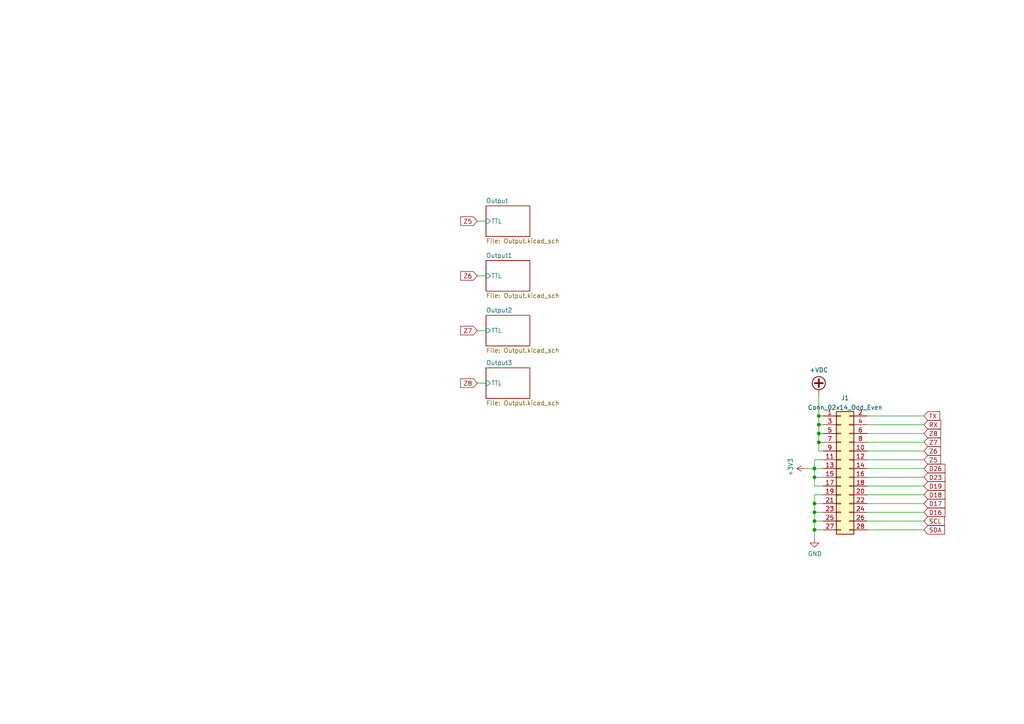
<source format=kicad_sch>
(kicad_sch (version 20230121) (generator eeschema)
  (paper "A4")
  (lib_symbols
    (symbol "Connector_Generic:Conn_02x14_Odd_Even" (pin_names (offset 1.016) hide)
      (property "Reference" "J" (at 1.27 17.78 0))
      (property "Value" "Conn_02x14_Odd_Even" (at 1.27 -20.32 0))
      (symbol "Conn_02x14_Odd_Even_1_1"
        (rectangle (start -1.27 -17.653) (end 0 -17.907) (stroke (width 0.1524)))
        (rectangle (start -1.27 -15.113) (end 0 -15.367) (stroke (width 0.1524)))
        (rectangle (start -1.27 -12.573) (end 0 -12.827) (stroke (width 0.1524)))
        (rectangle (start -1.27 -10.033) (end 0 -10.287) (stroke (width 0.1524)))
        (rectangle (start -1.27 -7.493) (end 0 -7.747) (stroke (width 0.1524)))
        (rectangle (start -1.27 -4.953) (end 0 -5.207) (stroke (width 0.1524)))
        (rectangle (start -1.27 -2.413) (end 0 -2.667) (stroke (width 0.1524)))
        (rectangle (start -1.27 0.127) (end 0 -0.127) (stroke (width 0.1524)))
        (rectangle (start -1.27 2.667) (end 0 2.413) (stroke (width 0.1524)))
        (rectangle (start -1.27 5.207) (end 0 4.953) (stroke (width 0.1524)))
        (rectangle (start -1.27 7.747) (end 0 7.493) (stroke (width 0.1524)))
        (rectangle (start -1.27 10.287) (end 0 10.033) (stroke (width 0.1524)))
        (rectangle (start -1.27 12.827) (end 0 12.573) (stroke (width 0.1524)))
        (rectangle (start -1.27 15.367) (end 0 15.113) (stroke (width 0.1524)))
        (rectangle (start -1.27 16.51) (end 3.81 -19.05) (stroke (width 0.254)) (fill (type background)))
        (rectangle (start 3.81 -17.653) (end 2.54 -17.907) (stroke (width 0.1524)))
        (rectangle (start 3.81 -15.113) (end 2.54 -15.367) (stroke (width 0.1524)))
        (rectangle (start 3.81 -12.573) (end 2.54 -12.827) (stroke (width 0.1524)))
        (rectangle (start 3.81 -10.033) (end 2.54 -10.287) (stroke (width 0.1524)))
        (rectangle (start 3.81 -7.493) (end 2.54 -7.747) (stroke (width 0.1524)))
        (rectangle (start 3.81 -4.953) (end 2.54 -5.207) (stroke (width 0.1524)))
        (rectangle (start 3.81 -2.413) (end 2.54 -2.667) (stroke (width 0.1524)))
        (rectangle (start 3.81 0.127) (end 2.54 -0.127) (stroke (width 0.1524)))
        (rectangle (start 3.81 2.667) (end 2.54 2.413) (stroke (width 0.1524)))
        (rectangle (start 3.81 5.207) (end 2.54 4.953) (stroke (width 0.1524)))
        (rectangle (start 3.81 7.747) (end 2.54 7.493) (stroke (width 0.1524)))
        (rectangle (start 3.81 10.287) (end 2.54 10.033) (stroke (width 0.1524)))
        (rectangle (start 3.81 12.827) (end 2.54 12.573) (stroke (width 0.1524)))
        (rectangle (start 3.81 15.367) (end 2.54 15.113) (stroke (width 0.1524)))
        (pin passive line (at -5.08 15.24 0) (length 3.81) (name "Pin_1") (number "1"))
        (pin passive line (at 7.62 5.08 180) (length 3.81) (name "Pin_10") (number "10"))
        (pin passive line (at -5.08 2.54 0) (length 3.81) (name "Pin_11") (number "11"))
        (pin passive line (at 7.62 2.54 180) (length 3.81) (name "Pin_12") (number "12"))
        (pin passive line (at -5.08 0 0) (length 3.81) (name "Pin_13") (number "13"))
        (pin passive line (at 7.62 0 180) (length 3.81) (name "Pin_14") (number "14"))
        (pin passive line (at -5.08 -2.54 0) (length 3.81) (name "Pin_15") (number "15"))
        (pin passive line (at 7.62 -2.54 180) (length 3.81) (name "Pin_16") (number "16"))
        (pin passive line (at -5.08 -5.08 0) (length 3.81) (name "Pin_17") (number "17"))
        (pin passive line (at 7.62 -5.08 180) (length 3.81) (name "Pin_18") (number "18"))
        (pin passive line (at -5.08 -7.62 0) (length 3.81) (name "Pin_19") (number "19"))
        (pin passive line (at 7.62 15.24 180) (length 3.81) (name "Pin_2") (number "2"))
        (pin passive line (at 7.62 -7.62 180) (length 3.81) (name "Pin_20") (number "20"))
        (pin passive line (at -5.08 -10.16 0) (length 3.81) (name "Pin_21") (number "21"))
        (pin passive line (at 7.62 -10.16 180) (length 3.81) (name "Pin_22") (number "22"))
        (pin passive line (at -5.08 -12.7 0) (length 3.81) (name "Pin_23") (number "23"))
        (pin passive line (at 7.62 -12.7 180) (length 3.81) (name "Pin_24") (number "24"))
        (pin passive line (at -5.08 -15.24 0) (length 3.81) (name "Pin_25") (number "25"))
        (pin passive line (at 7.62 -15.24 180) (length 3.81) (name "Pin_26") (number "26"))
        (pin passive line (at -5.08 -17.78 0) (length 3.81) (name "Pin_27") (number "27"))
        (pin passive line (at 7.62 -17.78 180) (length 3.81) (name "Pin_28") (number "28"))
        (pin passive line (at -5.08 12.7 0) (length 3.81) (name "Pin_3") (number "3"))
        (pin passive line (at 7.62 12.7 180) (length 3.81) (name "Pin_4") (number "4"))
        (pin passive line (at -5.08 10.16 0) (length 3.81) (name "Pin_5") (number "5"))
        (pin passive line (at 7.62 10.16 180) (length 3.81) (name "Pin_6") (number "6"))
        (pin passive line (at -5.08 7.62 0) (length 3.81) (name "Pin_7") (number "7"))
        (pin passive line (at 7.62 7.62 180) (length 3.81) (name "Pin_8") (number "8"))
        (pin passive line (at -5.08 5.08 0) (length 3.81) (name "Pin_9") (number "9"))
      )
    )
    (symbol "power:+3.3V" (power) (pin_names (offset 0))
      (property "Value" "+3.3V" (at 0 3.556 0))
      (symbol "+3.3V_0_1"
        (polyline (pts (xy -0.762 1.27) (xy 0 2.54)))
        (polyline (pts (xy 0 0) (xy 0 2.54)))
        (polyline (pts (xy 0 2.54) (xy 0.762 1.27)))
      )
      (symbol "+3.3V_1_1"
        (pin power_in line (at 0 0 90) (length 0) hide (name "+3V3") (number "1"))
      )
    )
    (symbol "power:+VDC" (power) (pin_names (offset 0))
      (property "Value" "+VDC" (at 0 6.35 0))
      (symbol "+VDC_0_1"
        (polyline (pts (xy -1.143 3.175) (xy 1.143 3.175)) (stroke (width 0.508)))
        (polyline (pts (xy 0 0) (xy 0 1.27)))
        (polyline (pts (xy 0 2.032) (xy 0 4.318)) (stroke (width 0.508)))
        (circle (center 0 3.175) (radius 1.905) (stroke (width 0.254)))
      )
      (symbol "+VDC_1_1"
        (pin power_in line (at 0 0 90) (length 0) hide (name "+VDC") (number "1"))
      )
    )
    (symbol "power:GND" (power) (pin_names (offset 0))
      (property "Value" "GND" (at 0 -3.81 0))
      (symbol "GND_0_1"
        (polyline (pts (xy 0 0) (xy 0 -1.27) (xy 1.27 -1.27) (xy 0 -2.54) (xy -1.27 -1.27) (xy 0 -1.27)))
      )
      (symbol "GND_1_1"
        (pin power_in line (at 0 0 270) (length 0) hide (name "GND") (number "1"))
      )
    )
  )
  (junction (at 237.49 120.65))
  (junction (at 236.22 138.43))
  (junction (at 237.49 128.27))
  (junction (at 236.22 153.67))
  (junction (at 236.22 151.13))
  (junction (at 236.22 148.59))
  (junction (at 236.22 146.05))
  (junction (at 237.49 125.73))
  (junction (at 237.49 123.19))
  (junction (at 236.22 135.89))
  (wire (pts (xy 267.97 130.81) (xy 251.46 130.81)))
  (wire (pts (xy 238.76 140.97) (xy 236.22 140.97)))
  (wire (pts (xy 236.22 138.43) (xy 236.22 140.97)))
  (wire (pts (xy 238.76 123.19) (xy 237.49 123.19)))
  (wire (pts (xy 238.76 138.43) (xy 236.22 138.43)))
  (wire (pts (xy 251.46 120.65) (xy 267.97 120.65)))
  (wire (pts (xy 251.46 135.89) (xy 267.97 135.89)))
  (wire (pts (xy 237.49 123.19) (xy 237.49 125.73)))
  (wire (pts (xy 251.46 153.67) (xy 267.97 153.67)))
  (wire (pts (xy 236.22 151.13) (xy 238.76 151.13)))
  (wire (pts (xy 236.22 151.13) (xy 236.22 153.67)))
  (wire (pts (xy 238.76 128.27) (xy 237.49 128.27)))
  (wire (pts (xy 251.46 148.59) (xy 267.97 148.59)))
  (wire (pts (xy 238.76 130.81) (xy 237.49 130.81)))
  (wire (pts (xy 138.43 111.125) (xy 140.97 111.125)))
  (wire (pts (xy 251.46 123.19) (xy 267.97 123.19)))
  (wire (pts (xy 238.76 148.59) (xy 236.22 148.59)))
  (wire (pts (xy 237.49 130.81) (xy 237.49 128.27)))
  (wire (pts (xy 236.22 138.43) (xy 236.22 135.89)))
  (wire (pts (xy 238.76 146.05) (xy 236.22 146.05)))
  (wire (pts (xy 236.22 133.35) (xy 236.22 135.89)))
  (wire (pts (xy 238.76 133.35) (xy 236.22 133.35)))
  (wire (pts (xy 138.43 64.135) (xy 140.97 64.135)))
  (wire (pts (xy 238.76 153.67) (xy 236.22 153.67)))
  (wire (pts (xy 237.49 120.65) (xy 238.76 120.65)))
  (wire (pts (xy 251.46 151.13) (xy 267.97 151.13)))
  (wire (pts (xy 138.43 80.01) (xy 140.97 80.01)))
  (wire (pts (xy 138.43 95.885) (xy 140.97 95.885)))
  (wire (pts (xy 237.49 114.3) (xy 237.49 120.65)))
  (wire (pts (xy 267.97 125.73) (xy 251.46 125.73)))
  (wire (pts (xy 236.22 146.05) (xy 236.22 148.59)))
  (wire (pts (xy 251.46 128.27) (xy 267.97 128.27)))
  (wire (pts (xy 251.46 140.97) (xy 267.97 140.97)))
  (wire (pts (xy 236.22 135.89) (xy 238.76 135.89)))
  (wire (pts (xy 236.22 153.67) (xy 236.22 156.21)))
  (wire (pts (xy 237.49 128.27) (xy 237.49 125.73)))
  (wire (pts (xy 251.46 146.05) (xy 267.97 146.05)))
  (wire (pts (xy 233.68 135.89) (xy 236.22 135.89)))
  (wire (pts (xy 251.46 138.43) (xy 267.97 138.43)))
  (wire (pts (xy 236.22 148.59) (xy 236.22 151.13)))
  (wire (pts (xy 237.49 120.65) (xy 237.49 123.19)))
  (wire (pts (xy 238.76 143.51) (xy 236.22 143.51)))
  (wire (pts (xy 251.46 143.51) (xy 267.97 143.51)))
  (wire (pts (xy 251.46 133.35) (xy 267.97 133.35)))
  (wire (pts (xy 236.22 143.51) (xy 236.22 146.05)))
  (wire (pts (xy 237.49 125.73) (xy 238.76 125.73)))
  (global_label "Z8" (shape input) (at 138.43 111.125 180) (property "Intersheetrefs" "${INTERSHEET_REFS}" (effects hide)))
  (global_label "Z6" (shape input) (at 267.97 130.81 0) (property "Intersheetrefs" "${INTERSHEET_REFS}" (effects hide)))
  (global_label "Z7" (shape input) (at 138.43 95.885 180) (property "Intersheetrefs" "${INTERSHEET_REFS}" (effects hide)))
  (global_label "D18" (shape input) (at 267.97 143.51 0) (property "Intersheetrefs" "${INTERSHEET_REFS}" (effects hide)))
  (global_label "Z5" (shape input) (at 138.43 64.135 180) (property "Intersheetrefs" "${INTERSHEET_REFS}" (effects hide)))
  (global_label "Z6" (shape input) (at 138.43 80.01 180) (property "Intersheetrefs" "${INTERSHEET_REFS}" (effects hide)))
  (global_label "D26" (shape input) (at 267.97 135.89 0) (property "Intersheetrefs" "${INTERSHEET_REFS}" (effects hide)))
  (global_label "Z5" (shape input) (at 267.97 133.35 0) (property "Intersheetrefs" "${INTERSHEET_REFS}" (effects hide)))
  (global_label "TX" (shape input) (at 267.97 120.65 0) (property "Intersheetrefs" "${INTERSHEET_REFS}" (effects hide)))
  (global_label "SCL" (shape input) (at 267.97 151.13 0) (property "Intersheetrefs" "${INTERSHEET_REFS}" (effects hide)))
  (global_label "D17" (shape input) (at 267.97 146.05 0) (property "Intersheetrefs" "${INTERSHEET_REFS}" (effects hide)))
  (global_label "D16" (shape input) (at 267.97 148.59 0) (property "Intersheetrefs" "${INTERSHEET_REFS}" (effects hide)))
  (global_label "Z8" (shape input) (at 267.97 125.73 0) (property "Intersheetrefs" "${INTERSHEET_REFS}" (effects hide)))
  (global_label "D19" (shape input) (at 267.97 140.97 0) (property "Intersheetrefs" "${INTERSHEET_REFS}" (effects hide)))
  (global_label "Z7" (shape input) (at 267.97 128.27 0) (property "Intersheetrefs" "${INTERSHEET_REFS}" (effects hide)))
  (global_label "SDA" (shape input) (at 267.97 153.67 0) (property "Intersheetrefs" "${INTERSHEET_REFS}" (effects hide)))
  (global_label "RX" (shape input) (at 267.97 123.19 0) (property "Intersheetrefs" "${INTERSHEET_REFS}" (effects hide)))
  (global_label "D23" (shape input) (at 267.97 138.43 0) (property "Intersheetrefs" "${INTERSHEET_REFS}" (effects hide)))
  (symbol (lib_id "Connector_Generic:Conn_02x14_Odd_Even") (at 243.84 135.89 0) (unit 1)
    (property "Reference" "J1" (at 245.11 115.4135 0))
    (property "Value" "Conn_02x14_Odd_Even" (at 245.11 118.1886 0))
    (property "Footprint" "Connector_PinHeader_2.54mm:PinHeader_2x14_P2.54mm_Vertical" (effects hide))
  )
  (symbol (lib_id "power:GND") (at 236.22 156.21 0) (unit 1)
    (property "Reference" "#PWR0113" (effects hide))
    (property "Value" "GND" (at 236.347 160.6042 0))
  )
  (symbol (lib_id "power:+VDC") (at 237.49 114.3 0) (unit 1)
    (property "Reference" "#PWR0115" (effects hide))
    (property "Value" "+VDC" (at 237.49 107.315 0))
  )
  (symbol (lib_id "power:+3.3V") (at 233.68 135.89 90) (unit 1)
    (property "Reference" "#PWR0114" (effects hide))
    (property "Value" "+3.3V" (at 229.2858 135.509 0))
  )
  (sheet (at 140.97 91.44) (size 12.7 8.89) (stroke (width 0.1524))
    (property "Sheetname" "Output2" (at 140.97 90.7284 0) (effects (justify left bottom)))
    (property "Sheetfile" "Output.kicad_sch" (at 140.97 100.9146 0) (effects (justify left top)))
    (pin "TTL" input (at 140.97 95.885 180))
  )
  (sheet (at 140.97 59.69) (size 12.7 8.89) (stroke (width 0.1524))
    (property "Sheetname" "Output" (at 140.97 58.9784 0) (effects (justify left bottom)))
    (property "Sheetfile" "Output.kicad_sch" (at 140.97 69.1646 0) (effects (justify left top)))
    (pin "TTL" input (at 140.97 64.135 180))
  )
  (sheet (at 140.97 106.68) (size 12.7 8.89) (stroke (width 0.1524))
    (property "Sheetname" "Output3" (at 140.97 105.9684 0) (effects (justify left bottom)))
    (property "Sheetfile" "Output.kicad_sch" (at 140.97 116.1546 0) (effects (justify left top)))
    (pin "TTL" input (at 140.97 111.125 180))
  )
  (sheet (at 140.97 75.565) (size 12.7 8.89) (stroke (width 0.1524))
    (property "Sheetname" "Output1" (at 140.97 74.8534 0) (effects (justify left bottom)))
    (property "Sheetfile" "Output.kicad_sch" (at 140.97 85.0396 0) (effects (justify left top)))
    (pin "TTL" input (at 140.97 80.01 180))
  )
)
</source>
